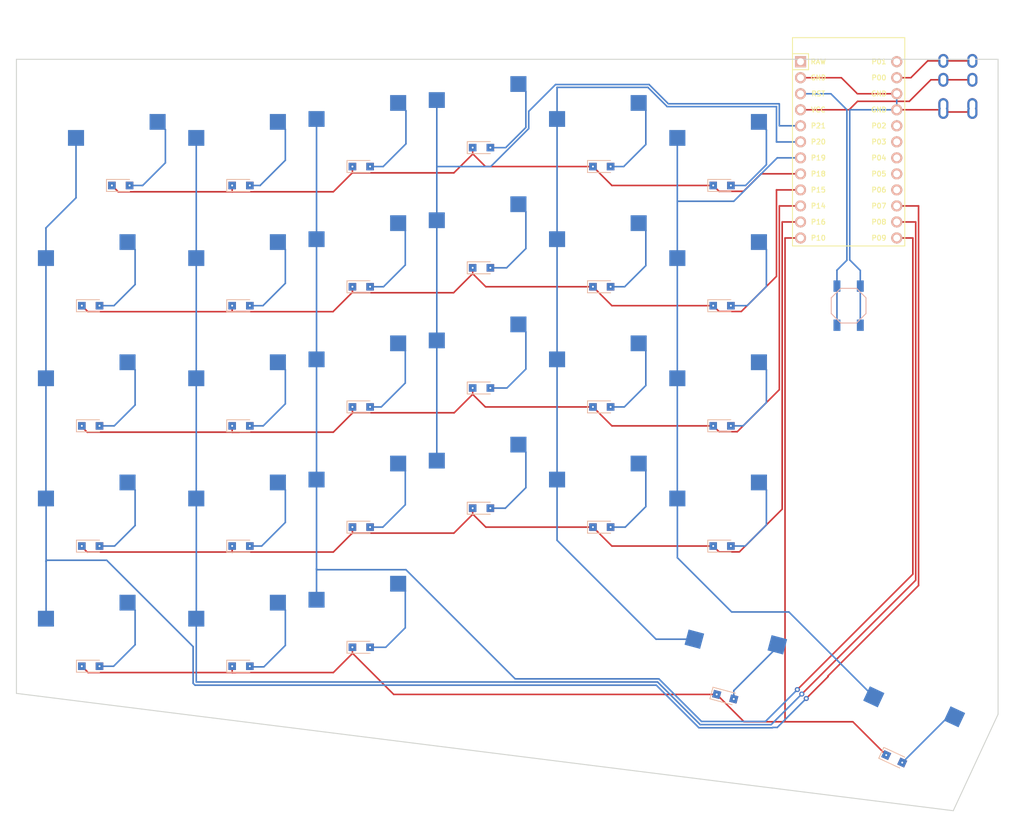
<source format=kicad_pcb>
(kicad_pcb (version 20221018) (generator pcbnew)
  (title_block (title "left") (rev "v1.0.0") (company "Unknown"))
  (layers (0 "F.Cu" signal) (31 "B.Cu" signal) (34 "B.Paste" user) (35 "F.Paste" user) (36 "B.SilkS" user "B.Silkscreen") (37 "F.SilkS" user "F.Silkscreen") (38 "B.Mask" user) (39 "F.Mask" user) (44 "Edge.Cuts" user))
  (net 0 "")
  (net 1 "P7")
  (net 2 "zero_meta")
  (net 3 "zero_bottom")
  (net 4 "zero_home")
  (net 5 "zero_top")
  (net 6 "zero_number")
  (net 7 "P8")
  (net 8 "one_meta")
  (net 9 "one_bottom")
  (net 10 "one_home")
  (net 11 "one_top")
  (net 12 "one_number")
  (net 13 "P9")
  (net 14 "two_meta")
  (net 15 "two_bottom")
  (net 16 "two_home")
  (net 17 "two_top")
  (net 18 "two_number")
  (net 19 "P21")
  (net 20 "three_bottom")
  (net 21 "three_home")
  (net 22 "three_top")
  (net 23 "three_number")
  (net 24 "P20")
  (net 25 "four_bottom")
  (net 26 "four_home")
  (net 27 "four_top")
  (net 28 "four_number")
  (net 29 "P19")
  (net 30 "five_bottom")
  (net 31 "five_home")
  (net 32 "five_top")
  (net 33 "five_number")
  (net 34 "four_meta")
  (net 35 "five_meta")
  (net 36 "P10")
  (net 37 "P16")
  (net 38 "P14")
  (net 39 "P15")
  (net 40 "P18")
  (net 41 "RAW")
  (net 42 "GND")
  (net 43 "RST")
  (net 44 "VCC")
  (net 45 "P1")
  (net 46 "P0")
  (net 47 "P2")
  (net 48 "P3")
  (net 49 "P4")
  (net 50 "P5")
  (net 51 "P6")
  (footprint "E73:SW_TACT_ALPS_SKQGABE010" (layer "F.Cu") (at 236.825 144.05 -90)
    (fp_text reference "B1" hide)
    (fp_text value "" hide)
  )
  (footprint "TRRS-PJ-320A-dual" (layer "F.Cu") (at 256.425 102.05)
    (fp_text reference "TRRS1")
    (fp_text value "TRRS-PJ-320A-dual")
  )
  (footprint "Diode_SMD:Nexperia_CFP3_SOD-123W" (layer "F.Cu") (at 140.575 163.1)
    (fp_text reference "D8" hide)
    (fp_text value "Nexperia_CFP3_SOD-123W" hide)
  )
  (footprint "MX" (layer "F.Cu") (at 178.675 114)
    (fp_text reference "S19" hide)
    (fp_text value "" hide)
  )
  (footprint "Diode_SMD:Nexperia_CFP3_SOD-123W" (layer "F.Cu") (at 197.725 179.15)
    (fp_text reference "D20" hide)
    (fp_text value "Nexperia_CFP3_SOD-123W" hide)
  )
  (footprint "Diode_SMD:Nexperia_CFP3_SOD-123W" (layer "F.Cu") (at 140.575 144.05)
    (fp_text reference "D9" hide)
    (fp_text value "Nexperia_CFP3_SOD-123W" hide)
  )
  (footprint "MX" (layer "F.Cu") (at 178.675 152.1)
    (fp_text reference "S17" hide)
    (fp_text value "" hide)
  )
  (footprint "MX" (layer "F.Cu") (at 197.725 117)
    (fp_text reference "S23" hide)
    (fp_text value "" hide)
  )
  (footprint "MX" (layer "F.Cu") (at 216.775 139.05)
    (fp_text reference "S26" hide)
    (fp_text value "" hide)
  )
  (footprint "Diode_SMD:Nexperia_CFP3_SOD-123W" (layer "F.Cu") (at 159.625 198.2)
    (fp_text reference "D11" hide)
    (fp_text value "Nexperia_CFP3_SOD-123W" hide)
  )
  (footprint "Diode_SMD:Nexperia_CFP3_SOD-123W" (layer "F.Cu") (at 159.625 141.05)
    (fp_text reference "D14" hide)
    (fp_text value "Nexperia_CFP3_SOD-123W" hide)
  )
  (footprint "Diode_SMD:Nexperia_CFP3_SOD-123W" (layer "F.Cu") (at 116.7625 163.1)
    (fp_text reference "D3" hide)
    (fp_text value "Nexperia_CFP3_SOD-123W" hide)
  )
  (footprint "Diode_SMD:Nexperia_CFP3_SOD-123W" (layer "F.Cu") (at 116.7625 144.05)
    (fp_text reference "D4" hide)
    (fp_text value "Nexperia_CFP3_SOD-123W" hide)
  )
  (footprint "MX" (layer "F.Cu") (at 197.725 155.1)
    (fp_text reference "S21" hide)
    (fp_text value "" hide)
  )
  (footprint "Diode_SMD:Nexperia_CFP3_SOD-123W" (layer "F.Cu") (at 140.575 201.2)
    (fp_text reference "D6" hide)
    (fp_text value "Nexperia_CFP3_SOD-123W" hide)
  )
  (footprint "Diode_SMD:Nexperia_CFP3_SOD-123W" (layer "F.Cu") (at 217.278865 206.029629 -15)
    (fp_text reference "D28" hide)
    (fp_text value "Nexperia_CFP3_SOD-123W" hide)
  )
  (footprint "MX" (layer "F.Cu") (at 178.675 133.05)
    (fp_text reference "S18" hide)
    (fp_text value "" hide)
  )
  (footprint "MX" (layer "F.Cu") (at 140.575 177.15)
    (fp_text reference "S7" hide)
    (fp_text value "" hide)
  )
  (footprint "MX" (layer "F.Cu") (at 159.625 136.05)
    (fp_text reference "S14" hide)
    (fp_text value "" hide)
  )
  (footprint "MX" (layer "F.Cu") (at 140.575 120)
    (fp_text reference "S10" hide)
    (fp_text value "" hide)
  )
  (footprint "Diode_SMD:Nexperia_CFP3_SOD-123W" (layer "F.Cu") (at 178.675 157.1)
    (fp_text reference "D17" hide)
    (fp_text value "Nexperia_CFP3_SOD-123W" hide)
  )
  (footprint "Diode_SMD:Nexperia_CFP3_SOD-123W" (layer "F.Cu") (at 121.525 125)
    (fp_text reference "D5" hide)
    (fp_text value "Nexperia_CFP3_SOD-123W" hide)
  )
  (footprint "Diode_SMD:Nexperia_CFP3_SOD-123W" (layer "F.Cu") (at 178.675 176.15)
    (fp_text reference "D16" hide)
    (fp_text value "Nexperia_CFP3_SOD-123W" hide)
  )
  (footprint "ProMicro" (layer "F.Cu") (at 236.825 119.35 -90)
    (fp_text reference "MCU1" hide)
    (fp_text value "" hide)
  )
  (footprint "Diode_SMD:Nexperia_CFP3_SOD-123W" (layer "F.Cu") (at 116.7625 182.15)
    (fp_text reference "D2" hide)
    (fp_text value "Nexperia_CFP3_SOD-123W" hide)
  )
  (footprint "Diode_SMD:Nexperia_CFP3_SOD-123W" (layer "F.Cu") (at 178.675 119)
    (fp_text reference "D19" hide)
    (fp_text value "Nexperia_CFP3_SOD-123W" hide)
  )
  (footprint "Diode_SMD:Nexperia_CFP3_SOD-123W" (layer "F.Cu") (at 216.775 163.1)
    (fp_text reference "D25" hide)
    (fp_text value "Nexperia_CFP3_SOD-123W" hide)
  )
  (footprint "Diode_SMD:Nexperia_CFP3_SOD-123W" (layer "F.Cu") (at 244.046907 215.879074 -25)
    (fp_text reference "D29" hide)
    (fp_text value "Nexperia_CFP3_SOD-123W" hide)
  )
  (footprint "MX" (layer "F.Cu") (at 159.625 193.2)
    (fp_text reference "S11" hide)
    (fp_text value "" hide)
  )
  (footprint "Diode_SMD:Nexperia_CFP3_SOD-123W" (layer "F.Cu") (at 197.725 160.1)
    (fp_text reference "D21" hide)
    (fp_text value "Nexperia_CFP3_SOD-123W" hide)
  )
  (footprint "MX" (layer "F.Cu") (at 116.7625 139.05)
    (fp_text reference "S4" hide)
    (fp_text value "" hide)
  )
  (footprint "Diode_SMD:Nexperia_CFP3_SOD-123W" (layer "F.Cu") (at 197.725 141.05)
    (fp_text reference "D22" hide)
    (fp_text value "Nexperia_CFP3_SOD-123W" hide)
  )
  (footprint "MX" (layer "F.Cu") (at 140.575 139.05)
    (fp_text reference "S9" hide)
    (fp_text value "" hide)
  )
  (footprint "Diode_SMD:Nexperia_CFP3_SOD-123W" (layer "F.Cu") (at 159.625 122)
    (fp_text reference "D15" hide)
    (fp_text value "Nexperia_CFP3_SOD-123W" hide)
  )
  (footprint "MX" (layer "F.Cu") (at 159.625 155.1)
    (fp_text reference "S13" hide)
    (fp_text value "" hide)
  )
  (footprint "MX" (layer "F.Cu") (at 116.7625 196.2)
    (fp_text reference "S1" hide)
    (fp_text value "" hide)
  )
  (footprint "MX" (layer "F.Cu") (at 140.575 158.1)
    (fp_text reference "S8" hide)
    (fp_text value "" hide)
  )
  (footprint "MX" (layer "F.Cu") (at 116.7625 158.1)
    (fp_text reference "S3" hide)
    (fp_text value "" hide)
  )
  (footprint "MX" (layer "F.Cu") (at 197.725 136.05)
    (fp_text reference "S22" hide)
    (fp_text value "" hide)
  )
  (footprint "MX" (layer "F.Cu") (at 140.575 196.2)
    (fp_text reference "S6" hide)
    (fp_text value "" hide)
  )
  (footprint "Diode_SMD:Nexperia_CFP3_SOD-123W" (layer "F.Cu") (at 116.7625 201.2)
    (fp_text reference "D1" hide)
    (fp_text value "Nexperia_CFP3_SOD-123W" hide)
  )
  (footprint "MX" (layer "F.Cu") (at 246.159999 211.347535 -25)
    (fp_text reference "S29" hide)
    (fp_text value "" hide)
  )
  (footprint "Diode_SMD:Nexperia_CFP3_SOD-123W" (layer "F.Cu") (at 140.575 182.15)
    (fp_text reference "D7" hide)
    (fp_text value "Nexperia_CFP3_SOD-123W" hide)
  )
  (footprint "MX" (layer "F.Cu") (at 216.775 158.1)
    (fp_text reference "S25" hide)
    (fp_text value "" hide)
  )
  (footprint "MX" (layer "F.Cu") (at 178.675 171.15)
    (fp_text reference "S16" hide)
    (fp_text value "" hide)
  )
  (footprint "MX" (layer "F.Cu") (at 159.625 117)
    (fp_text reference "S15" hide)
    (fp_text value "" hide)
  )
  (footprint "Diode_SMD:Nexperia_CFP3_SOD-123W" (layer "F.Cu") (at 140.575 125)
    (fp_text reference "D10" hide)
    (fp_text value "Nexperia_CFP3_SOD-123W" hide)
  )
  (footprint "MX" (layer "F.Cu") (at 159.625 174.15)
    (fp_text reference "S12" hide)
    (fp_text value "" hide)
  )
  (footprint "MX" (layer "F.Cu") (at 197.725 174.15)
    (fp_text reference "S20" hide)
    (fp_text value "" hide)
  )
  (footprint "MX" (layer "F.Cu") (at 216.775 120)
    (fp_text reference "S27" hide)
    (fp_text value "" hide)
  )
  (footprint "MX" (layer "F.Cu") (at 218.57296 201.2 -15)
    (fp_text reference "S28" hide)
    (fp_text value "" hide)
  )
  (footprint "Diode_SMD:Nexperia_CFP3_SOD-123W" (layer "F.Cu") (at 216.775 144.05)
    (fp_text reference "D26" hide)
    (fp_text value "Nexperia_CFP3_SOD-123W" hide)
  )
  (footprint "MX" (layer "F.Cu") (at 116.7625 177.15)
    (fp_text reference "S2" hide)
    (fp_text value "" hide)
  )
  (footprint "MX" (layer "F.Cu") (at 216.775 177.15)
    (fp_text reference "S24" hide)
    (fp_text value "" hide)
  )
  (footprint "Diode_SMD:Nexperia_CFP3_SOD-123W" (layer "F.Cu") (at 159.625 160.1)
    (fp_text reference "D13" hide)
    (fp_text value "Nexperia_CFP3_SOD-123W" hide)
  )
  (footprint "MX" (layer "F.Cu") (at 121.525 120)
    (fp_text reference "S5" hide)
    (fp_text value "" hide)
  )
  (footprint "Diode_SMD:Nexperia_CFP3_SOD-123W" (layer "F.Cu") (at 178.675 138.05)
    (fp_text reference "D18" hide)
    (fp_text value "Nexperia_CFP3_SOD-123W" hide)
  )
  (footprint "Diode_SMD:Nexperia_CFP3_SOD-123W" (layer "F.Cu") (at 197.725 122)
    (fp_text reference "D23" hide)
    (fp_text value "Nexperia_CFP3_SOD-123W" hide)
  )
  (footprint "Diode_SMD:Nexperia_CFP3_SOD-123W" (layer "F.Cu") (at 159.625 179.15)
    (fp_text reference "D12" hide)
    (fp_text value "Nexperia_CFP3_SOD-123W" hide)
  )
  (footprint "Diode_SMD:Nexperia_CFP3_SOD-123W" (layer "F.Cu") (at 216.775 182.15)
    (fp_text reference "D24" hide)
    (fp_text value "Nexperia_CFP3_SOD-123W" hide)
  )
  (footprint "Diode_SMD:Nexperia_CFP3_SOD-123W" (layer "F.Cu") (at 216.775 125)
    (fp_text reference "D27" hide)
    (fp_text value "Nexperia_CFP3_SOD-123W" hide)
  )
  (gr_line (start 260.5 105) (end 260.5 208.8) (stroke (width 0.15)) (layer "Edge.Cuts"))
  (gr_line (start 253.4 224.1) (end 105 205.5) (stroke (width 0.15)) (layer "Edge.Cuts"))
  (gr_line (start 260.5 208.8) (end 253.4 224.1) (stroke (width 0.15)) (layer "Edge.Cuts"))
  (gr_line (start 105 205.5) (end 105 105) (stroke (width 0.15)) (layer "Edge.Cuts"))
  (gr_line (start 105 105) (end 260.5 105) (stroke (width 0.15)) (layer "Edge.Cuts"))
  (segment (start 230.113863 206.303677) (end 233.56754 202.85) (width 0.25) (layer "F.Cu") (net 1))
  (segment (start 233.56754 202.73246) (end 247.9 188.4) (width 0.25) (layer "F.Cu") (net 1))
  (segment (start 247.9 188.4) (end 247.9 128.24) (width 0.25) (layer "F.Cu") (net 1))
  (segment (start 230.113863 206.313156) (end 230.113863 206.303677) (width 0.25) (layer "F.Cu") (net 1))
  (segment (start 247.9 128.24) (end 244.445 128.24) (width 0.25) (layer "F.Cu") (net 1))
  (segment (start 233.56754 202.85) (end 233.56754 202.73246) (width 0.25) (layer "F.Cu") (net 1))
  (via (at 230.113863 206.313156) (size 0.8) (drill 0.4) (layers "F.Cu" "B.Cu") (net 1))
  (segment (start 109.6775 155.56) (end 109.6775 136.51) (width 0.25) (layer "B.Cu") (net 1))
  (segment (start 109.8 184.4) (end 109.7 184.5) (width 0.25) (layer "B.Cu") (net 1))
  (segment (start 224.814413 210.9) (end 224.764413 210.95) (width 0.25) (layer "B.Cu") (net 1))
  (segment (start 132.99 203.907107) (end 132.99 198.09) (width 0.25) (layer "B.Cu") (net 1))
  (segment (start 109.6775 131.7225) (end 109.6775 136.51) (width 0.25) (layer "B.Cu") (net 1))
  (segment (start 206.356498 204.2) (end 133.282893 204.2) (width 0.25) (layer "B.Cu") (net 1))
  (segment (start 119.3 184.4) (end 109.8 184.4) (width 0.25) (layer "B.Cu") (net 1))
  (segment (start 230.113863 206.313156) (end 230.104384 206.313156) (width 0.25) (layer "B.Cu") (net 1))
  (segment (start 133.282893 204.2) (end 132.99 203.907107) (width 0.25) (layer "B.Cu") (net 1))
  (segment (start 109.7 184.5) (end 109.7 184.6) (width 0.25) (layer "B.Cu") (net 1))
  (segment (start 114.44 126.96) (end 109.6775 131.7225) (width 0.25) (layer "B.Cu") (net 1))
  (segment (start 225.51754 210.9) (end 224.814413 210.9) (width 0.25) (layer "B.Cu") (net 1))
  (segment (start 109.7 184.6) (end 109.7 193.6375) (width 0.25) (layer "B.Cu") (net 1))
  (segment (start 132.99 198.09) (end 119.3 184.4) (width 0.25) (layer "B.Cu") (net 1))
  (segment (start 109.6775 155.56) (end 109.6775 174.61) (width 0.25) (layer "B.Cu") (net 1))
  (segment (start 114.44 118.16) (end 114.44 126.96) (width 0.25) (layer "B.Cu") (net 1))
  (segment (start 109.7 174.6325) (end 109.7 184.6) (width 0.25) (layer "B.Cu") (net 1))
  (segment (start 224.764413 210.95) (end 213.106498 210.95) (width 0.25) (layer "B.Cu") (net 1))
  (segment (start 230.104384 206.313156) (end 225.51754 210.9) (width 0.25) (layer "B.Cu") (net 1))
  (segment (start 213.106498 210.95) (end 206.356498 204.2) (width 0.25) (layer "B.Cu") (net 1))
  (segment (start 120.4 201.2) (end 123.8 197.8) (width 0.25) (layer "B.Cu") (net 2))
  (segment (start 123.8 192.3155) (end 122.6045 191.12) (width 0.25) (layer "B.Cu") (net 2))
  (segment (start 118.1625 201.2) (end 120.4 201.2) (width 0.25) (layer "B.Cu") (net 2))
  (segment (start 123.8 197.8) (end 123.8 192.3155) (width 0.25) (layer "B.Cu") (net 2))
  (segment (start 123.8 173.2655) (end 122.6045 172.07) (width 0.25) (layer "B.Cu") (net 3))
  (segment (start 118.1625 182.15) (end 120.55 182.15) (width 0.25) (layer "B.Cu") (net 3))
  (segment (start 120.55 182.15) (end 123.8 178.9) (width 0.25) (layer "B.Cu") (net 3))
  (segment (start 123.8 178.9) (end 123.8 173.2655) (width 0.25) (layer "B.Cu") (net 3))
  (segment (start 123.8 159.8) (end 123.8 154.2155) (width 0.25) (layer "B.Cu") (net 4))
  (segment (start 120.5 163.1) (end 123.8 159.8) (width 0.25) (layer "B.Cu") (net 4))
  (segment (start 123.8 154.2155) (end 122.6045 153.02) (width 0.25) (layer "B.Cu") (net 4))
  (segment (start 118.1625 163.1) (end 120.5 163.1) (width 0.25) (layer "B.Cu") (net 4))
  (segment (start 123.8 135.1655) (end 122.6045 133.97) (width 0.25) (layer "B.Cu") (net 5))
  (segment (start 123.8 140.7) (end 123.8 135.1655) (width 0.25) (layer "B.Cu") (net 5))
  (segment (start 120.45 144.05) (end 123.8 140.7) (width 0.25) (layer "B.Cu") (net 5))
  (segment (start 118.1625 144.05) (end 120.45 144.05) (width 0.25) (layer "B.Cu") (net 5))
  (segment (start 125 125) (end 128.6 121.4) (width 0.25) (layer "B.Cu") (net 6))
  (segment (start 128.6 121.4) (end 128.6 116.153) (width 0.25) (layer "B.Cu") (net 6))
  (segment (start 122.925 125) (end 124.925 125) (width 0.25) (layer "B.Cu") (net 6))
  (segment (start 128.6 116.153) (end 127.367 114.92) (width 0.25) (layer "B.Cu") (net 6))
  (segment (start 124.9 125) (end 125 125) (width 0.25) (layer "B.Cu") (net 6))
  (segment (start 229.407108 205.606402) (end 247.45 187.56351) (width 0.25) (layer "F.Cu") (net 7))
  (segment (start 247.45 187.56351) (end 247.45 130.78) (width 0.25) (layer "F.Cu") (net 7))
  (segment (start 247.45 130.78) (end 244.445 130.78) (width 0.25) (layer "F.Cu") (net 7))
  (via (at 229.407108 205.606402) (size 0.8) (drill 0.4) (layers "F.Cu" "B.Cu") (net 7))
  (segment (start 224.557306 210.45) (end 213.313604 210.45) (width 0.25) (layer "B.Cu") (net 7))
  (segment (start 213.313604 210.45) (end 206.563604 203.7) (width 0.25) (layer "B.Cu") (net 7))
  (segment (start 133.49 155.56) (end 133.49 174.61) (width 0.25) (layer "B.Cu") (net 7))
  (segment (start 133.49 203.7) (end 133.49 193.66) (width 0.25) (layer "B.Cu") (net 7))
  (segment (start 229.400904 205.606402) (end 224.557306 210.45) (width 0.25) (layer "B.Cu") (net 7))
  (segment (start 133.49 136.51) (end 133.49 155.56) (width 0.25) (layer "B.Cu") (net 7))
  (segment (start 133.49 117.46) (end 133.49 136.51) (width 0.25) (layer "B.Cu") (net 7))
  (segment (start 229.407108 205.606402) (end 229.400904 205.606402) (width 0.25) (layer "B.Cu") (net 7))
  (segment (start 206.563604 203.7) (end 133.49 203.7) (width 0.25) (layer "B.Cu") (net 7))
  (segment (start 133.5 174.62) (end 133.5 193.65) (width 0.25) (layer "B.Cu") (net 7))
  (segment (start 144.2 201.3) (end 147.6 197.9) (width 0.25) (layer "B.Cu") (net 8))
  (segment (start 142.1 201.3) (end 144.2 201.3) (width 0.25) (layer "B.Cu") (net 8))
  (segment (start 147.6 197.9) (end 147.6 192.303) (width 0.25) (layer "B.Cu") (net 8))
  (segment (start 147.6 192.303) (end 146.417 191.12) (width 0.25) (layer "B.Cu") (net 8))
  (segment (start 143.85 182.15) (end 147.6 178.4) (width 0.25) (layer "B.Cu") (net 9))
  (segment (start 147.6 178.4) (end 147.6 173.253) (width 0.25) (layer "B.Cu") (net 9))
  (segment (start 147.6 173.253) (end 146.417 172.07) (width 0.25) (layer "B.Cu") (net 9))
  (segment (start 141.975 182.15) (end 143.85 182.15) (width 0.25) (layer "B.Cu") (net 9))
  (segment (start 141.975 163.1) (end 144.1 163.1) (width 0.25) (layer "B.Cu") (net 10))
  (segment (start 147.6 154.203) (end 146.417 153.02) (width 0.25) (layer "B.Cu") (net 10))
  (segment (start 147.6 159.6) (end 147.6 154.203) (width 0.25) (layer "B.Cu") (net 10))
  (segment (start 144.1 163.1) (end 147.6 159.6) (width 0.25) (layer "B.Cu") (net 10))
  (segment (start 147.6 135.153) (end 146.417 133.97) (width 0.25) (layer "B.Cu") (net 11))
  (segment (start 144.05 144.05) (end 147.6 140.5) (width 0.25) (layer "B.Cu") (net 11))
  (segment (start 141.975 144.05) (end 144.05 144.05) (width 0.25) (layer "B.Cu") (net 11))
  (segment (start 147.6 140.5) (end 147.6 135.153) (width 0.25) (layer "B.Cu") (net 11))
  (segment (start 147.6 121) (end 147.6 116.103) (width 0.25) (layer "B.Cu") (net 12))
  (segment (start 141.975 125) (end 143.6 125) (width 0.25) (layer "B.Cu") (net 12))
  (segment (start 147.6 116.103) (end 146.417 114.92) (width 0.25) (layer "B.Cu") (net 12))
  (segment (start 143.6 125) (end 147.6 121) (width 0.25) (layer "B.Cu") (net 12))
  (segment (start 228.700353 204.899646) (end 247 186.599999) (width 0.25) (layer "F.Cu") (net 13))
  (segment (start 247 186.599999) (end 247 133.32) (width 0.25) (layer "F.Cu") (net 13))
  (segment (start 247 133.32) (end 244.445 133.32) (width 0.25) (layer "F.Cu") (net 13))
  (via (at 228.700353 204.899646) (size 0.8) (drill 0.4) (layers "F.Cu" "B.Cu") (net 13))
  (segment (start 152.54 185.84) (end 152.54 185.7) (width 0.25) (layer "B.Cu") (net 13))
  (segment (start 184 203.2) (end 166.7 185.9) (width 0.25) (layer "B.Cu") (net 13))
  (segment (start 213.52071 209.95) (end 206.77071 203.2) (width 0.25) (layer "B.Cu") (net 13))
  (segment (start 152.54 171.61) (end 152.54 152.56) (width 0.25) (layer "B.Cu") (net 13))
  (segment (start 228.700353 204.899646) (end 223.649999 209.95) (width 0.25) (layer "B.Cu") (net 13))
  (segment (start 206.77071 203.2) (end 184 203.2) (width 0.25) (layer "B.Cu") (net 13))
  (segment (start 152.6 185.9) (end 152.54 185.84) (width 0.25) (layer "B.Cu") (net 13))
  (segment (start 166.7 185.9) (end 152.6 185.9) (width 0.25) (layer "B.Cu") (net 13))
  (segment (start 152.54 190.66) (end 152.54 171.61) (width 0.25) (layer "B.Cu") (net 13))
  (segment (start 223.649999 209.95) (end 213.52071 209.95) (width 0.25) (layer "B.Cu") (net 13))
  (segment (start 152.54 114.46) (end 152.54 133.51) (width 0.25) (layer "B.Cu") (net 13))
  (segment (start 152.54 152.56) (end 152.54 133.51) (width 0.25) (layer "B.Cu") (net 13))
  (segment (start 163.5 198.2) (end 166.6 195.1) (width 0.25) (layer "B.Cu") (net 14))
  (segment (start 161.025 198.2) (end 163.5 198.2) (width 0.25) (layer "B.Cu") (net 14))
  (segment (start 166.6 195.1) (end 166.6 189.253) (width 0.25) (layer "B.Cu") (net 14))
  (segment (start 166.6 189.253) (end 165.467 188.12) (width 0.25) (layer "B.Cu") (net 14))
  (segment (start 163.05 179.15) (end 161.025 179.15) (width 0.25) (layer "B.Cu") (net 15))
  (segment (start 166.6 170.203) (end 166.6 175.6) (width 0.25) (layer "B.Cu") (net 15))
  (segment (start 166.6 175.6) (end 163.05 179.15) (width 0.25) (layer "B.Cu") (net 15))
  (segment (start 165.467 169.07) (end 166.6 170.203) (width 0.25) (layer "B.Cu") (net 15))
  (segment (start 165.467 150.02) (end 166.6 151.153) (width 0.25) (layer "B.Cu") (net 16))
  (segment (start 166.6 151.153) (end 166.6 156.3) (width 0.25) (layer "B.Cu") (net 16))
  (segment (start 162.8 160.1) (end 161.025 160.1) (width 0.25) (layer "B.Cu") (net 16))
  (segment (start 166.6 156.3) (end 162.8 160.1) (width 0.25) (layer "B.Cu") (net 16))
  (segment (start 166.6 137.6) (end 163.15 141.05) (width 0.25) (layer "B.Cu") (net 17))
  (segment (start 163.15 141.05) (end 161.025 141.05) (width 0.25) (layer "B.Cu") (net 17))
  (segment (start 166.6 132.103) (end 166.6 137.6) (width 0.25) (layer "B.Cu") (net 17))
  (segment (start 165.467 130.97) (end 166.6 132.103) (width 0.25) (layer "B.Cu") (net 17))
  (segment (start 163.1 122) (end 161.025 122) (width 0.25) (layer "B.Cu") (net 18))
  (segment (start 166.7 118.4) (end 163.1 122) (width 0.25) (layer "B.Cu") (net 18))
  (segment (start 166.7 113.153) (end 166.7 118.4) (width 0.25) (layer "B.Cu") (net 18))
  (segment (start 165.467 111.92) (end 166.7 113.153) (width 0.25) (layer "B.Cu") (net 18))
  (segment (start 205.218198 109) (end 208.268198 112.05) (width 0.25) (layer "B.Cu") (net 19))
  (segment (start 225.85 115.54) (end 229.205 115.54) (width 0.25) (layer "B.Cu") (net 19))
  (segment (start 225.85 112.15) (end 225.85 115.54) (width 0.25) (layer "B.Cu") (net 19))
  (segment (start 171.59 130.51) (end 171.59 149.56) (width 0.25) (layer "B.Cu") (net 19))
  (segment (start 171.69 122) (end 180.136396 122) (width 0.25) (layer "B.Cu") (net 19))
  (segment (start 186.15 113.25) (end 190.4 109) (width 0.25) (layer "B.Cu") (net 19))
  (segment (start 171.59 111.46) (end 171.59 130.51) (width 0.25) (layer "B.Cu") (net 19))
  (segment (start 186.15 115.986396) (end 186.15 113.25) (width 0.25) (layer "B.Cu") (net 19))
  (segment (start 208.268198 112.05) (end 225.85 112.05) (width 0.25) (layer "B.Cu") (net 19))
  (segment (start 190.4 109) (end 205.218198 109) (width 0.25) (layer "B.Cu") (net 19))
  (segment (start 180.136396 122) (end 186.15 115.986396) (width 0.25) (layer "B.Cu") (net 19))
  (segment (start 171.59 149.56) (end 171.59 168.61) (width 0.25) (layer "B.Cu") (net 19))
  (segment (start 184.517 166.07) (end 185.7 167.253) (width 0.25) (layer "B.Cu") (net 20))
  (segment (start 185.7 167.253) (end 185.7 172.9) (width 0.25) (layer "B.Cu") (net 20))
  (segment (start 185.7 172.9) (end 182.45 176.15) (width 0.25) (layer "B.Cu") (net 20))
  (segment (start 182.45 176.15) (end 180.075 176.15) (width 0.25) (layer "B.Cu") (net 20))
  (segment (start 184.517 147.02) (end 185.7 148.203) (width 0.25) (layer "B.Cu") (net 21))
  (segment (start 185.7 154.1) (end 182.7 157.1) (width 0.25) (layer "B.Cu") (net 21))
  (segment (start 182.7 157.1) (end 180.075 157.1) (width 0.25) (layer "B.Cu") (net 21))
  (segment (start 185.7 148.203) (end 185.7 154.1) (width 0.25) (layer "B.Cu") (net 21))
  (segment (start 185.7 129.153) (end 185.7 135) (width 0.25) (layer "B.Cu") (net 22))
  (segment (start 185.7 135) (end 182.65 138.05) (width 0.25) (layer "B.Cu") (net 22))
  (segment (start 184.517 127.97) (end 185.7 129.153) (width 0.25) (layer "B.Cu") (net 22))
  (segment (start 182.65 138.05) (end 180.075 138.05) (width 0.25) (layer "B.Cu") (net 22))
  (segment (start 184.9809 109.3839) (end 185.7 110.103) (width 0.25) (layer "B.Cu") (net 23))
  (segment (start 185.7 115.8) (end 182.5 119) (width 0.25) (layer "B.Cu") (net 23))
  (segment (start 182.5 119) (end 180.488684 119) (width 0.25) (layer "B.Cu") (net 23))
  (segment (start 185.7 110.103) (end 185.7 115.8) (width 0.25) (layer "B.Cu") (net 23))
  (segment (start 190.64 114.46) (end 190.64 133.51) (width 0.25) (layer "B.Cu") (net 24))
  (segment (start 190.64 171.61) (end 190.64 181.24) (width 0.25) (layer "B.Cu") (net 24))
  (segment (start 206.312815 196.912815) (end 212.386776 196.912815) (width 0.25) (layer "B.Cu") (net 24))
  (segment (start 205.031802 109.45) (end 208.081802 112.5) (width 0.25) (layer "B.Cu") (net 24))
  (segment (start 225.4 118.1) (end 229.185 118.1) (width 0.25) (layer "B.Cu") (net 24))
  (segment (start 190.64 152.56) (end 190.64 133.51) (width 0.25) (layer "B.Cu") (net 24))
  (segment (start 190.64 114.46) (end 190.64 109.45) (width 0.25) (layer "B.Cu") (net 24))
  (segment (start 190.64 181.24) (end 206.312815 196.912815) (width 0.25) (layer "B.Cu") (net 24))
  (segment (start 190.64 109.45) (end 205.031802 109.45) (width 0.25) (layer "B.Cu") (net 24))
  (segment (start 208.081802 112.5) (end 225.4 112.5) (width 0.25) (layer "B.Cu") (net 24))
  (segment (start 225.4 112.5) (end 225.4 118.1) (width 0.25) (layer "B.Cu") (net 24))
  (segment (start 190.64 152.56) (end 190.64 171.61) (width 0.25) (layer "B.Cu") (net 24))
  (segment (start 204.7 175.9) (end 201.45 179.15) (width 0.25) (layer "B.Cu") (net 25))
  (segment (start 201.45 179.15) (end 199.538684 179.15) (width 0.25) (layer "B.Cu") (net 25))
  (segment (start 204.7 170) (end 204.7 175.9) (width 0.25) (layer "B.Cu") (net 25))
  (segment (start 201.3 160.1) (end 199.538684 160.1) (width 0.25) (layer "B.Cu") (net 26))
  (segment (start 204.0309 150.4839) (end 204.7 151.153) (width 0.25) (layer "B.Cu") (net 26))
  (segment (start 204.7 156.7) (end 201.3 160.1) (width 0.25) (layer "B.Cu") (net 26))
  (segment (start 204.7 151.153) (end 204.7 156.7) (width 0.25) (layer "B.Cu") (net 26))
  (segment (start 201.35 141.05) (end 199.538684 141.05) (width 0.25) (layer "B.Cu") (net 27))
  (segment (start 204.0309 131.4339) (end 204.7 132.103) (width 0.25) (layer "B.Cu") (net 27))
  (segment (start 204.7 132.103) (end 204.7 137.7) (width 0.25) (layer "B.Cu") (net 27))
  (segment (start 204.7 137.7) (end 201.35 141.05) (width 0.25) (layer "B.Cu") (net 27))
  (segment (start 204.0309 112.3839) (end 204.7 113.053) (width 0.25) (layer "B.Cu") (net 28))
  (segment (start 204.7 118.5) (end 201.2 122) (width 0.25) (layer "B.Cu") (net 28))
  (segment (start 204.7 113.053) (end 204.7 118.5) (width 0.25) (layer "B.Cu") (net 28))
  (segment (start 201.2 122) (end 199.538684 122) (width 0.25) (layer "B.Cu") (net 28))
  (segment (start 209.7 184) (end 218.3 192.6) (width 0.25) (layer "B.Cu") (net 29))
  (segment (start 209.69 117.46) (end 209.69 136.51) (width 0.25) (layer "B.Cu") (net 29))
  (segment (start 209.69 155.56) (end 209.69 174.61) (width 0.25) (layer "B.Cu") (net 29))
  (segment (start 209.69 127.5) (end 218.636396 127.5) (width 0.25) (layer "B.Cu") (net 29))
  (segment (start 209.7 174.62) (end 209.7 184) (width 0.25) (layer "B.Cu") (net 29))
  (segment (start 209.69 136.51) (end 209.69 155.56) (width 0.25) (layer "B.Cu") (net 29))
  (segment (start 218.3 192.6) (end 227.360996 192.6) (width 0.25) (layer "B.Cu") (net 29))
  (segment (start 218.636396 127.5) (end 225.516396 120.62) (width 0.25) (layer "B.Cu") (net 29))
  (segment (start 227.360996 192.6) (end 240.812259 206.051263) (width 0.25) (layer "B.Cu") (net 29))
  (segment (start 225.516396 120.62) (end 229.205 120.62) (width 0.25) (layer "B.Cu") (net 29))
  (segment (start 223.8 173.253) (end 223.8 178.8) (width 0.25) (layer "B.Cu") (net 30))
  (segment (start 223.0809 172.5339) (end 223.8 173.253) (width 0.25) (layer "B.Cu") (net 30))
  (segment (start 223.8 178.8) (end 220.45 182.15) (width 0.25) (layer "B.Cu") (net 30))
  (segment (start 220.45 182.15) (end 218.65 182.15) (width 0.25) (layer "B.Cu") (net 30))
  (segment (start 220.1 163.1) (end 218.175 163.1) (width 0.25) (layer "B.Cu") (net 31))
  (segment (start 223.8 154.203) (end 223.8 159.4) (width 0.25) (layer "B.Cu") (net 31))
  (segment (start 223.8 159.4) (end 220.1 163.1) (width 0.25) (layer "B.Cu") (net 31))
  (segment (start 223.0809 153.4839) (end 223.8 154.203) (width 0.25) (layer "B.Cu") (net 31))
  (segment (start 223.8 135.153) (end 223.8 141) (width 0.25) (layer "B.Cu") (net 32))
  (segment (start 223.8 141) (end 220.75 144.05) (width 0.25) (layer "B.Cu") (net 32))
  (segment (start 223.0809 134.4339) (end 223.8 135.153) (width 0.25) (layer "B.Cu") (net 32))
  (segment (start 220.75 144.05) (end 218.588684 144.05) (width 0.25) (layer "B.Cu") (net 32))
  (segment (start 223.8 116.2) (end 223.8 121.7) (width 0.25) (layer "B.Cu") (net 33))
  (segment (start 223.0809 115.4809) (end 223.8 116.2) (width 0.25) (layer "B.Cu") (net 33))
  (segment (start 223.8 121.7) (end 220.5 125) (width 0.25) (layer "B.Cu") (net 33))
  (segment (start 220.5 125) (end 218.175 125) (width 0.25) (layer "B.Cu") (net 33))
  (segment (start 225.530699 198.169301) (end 218.631161 205.068839) (width 0.25) (layer "B.Cu") (net 34))
  (segment (start 218.631161 205.068839) (end 218.631161 206.391976) (width 0.25) (layer "B.Cu") (net 34))
  (segment (start 252.587573 209.212427) (end 245.32926 216.47074) (width 0.25) (layer "B.Cu") (net 35))
  (segment (start 139.2 202.2) (end 155.2 202.2) (width 0.25) (layer "F.Cu") (net 36))
  (segment (start 139.175 202.175) (end 139.2 202.2) (width 0.25) (layer "F.Cu") (net 36))
  (segment (start 158.25 199.15) (end 164.767282 205.667282) (width 0.25) (layer "F.Cu") (net 36))
  (segment (start 139.175 201.2) (end 139.175 202.175) (width 0.25) (layer "F.Cu") (net 36))
  (segment (start 116.3625 202.2) (end 139.7 202.2) (width 0.25) (layer "F.Cu") (net 36))
  (segment (start 155.2 202.2) (end 158.25 199.15) (width 0.25) (layer "F.Cu") (net 36))
  (segment (start 226.75 209.95) (end 226.7 210) (width 0.25) (layer "F.Cu") (net 36))
  (segment (start 115.3625 201.2) (end 116.3625 202.2) (width 0.25) (layer "F.Cu") (net 36))
  (segment (start 229.205 133.32) (end 226.75 133.32) (width 0.25) (layer "F.Cu") (net 36))
  (segment (start 215.926569 205.667282) (end 220.259287 210) (width 0.25) (layer "F.Cu") (net 36))
  (segment (start 158.225 198.2) (end 158.225 199.125) (width 0.25) (layer "F.Cu") (net 36))
  (segment (start 158.225 199.125) (end 158.25 199.15) (width 0.25) (layer "F.Cu") (net 36))
  (segment (start 226.75 133.32) (end 226.75 209.95) (width 0.25) (layer "F.Cu") (net 36))
  (segment (start 237.490668 210) (end 242.778076 215.287408) (width 0.25) (layer "F.Cu") (net 36))
  (segment (start 220.259287 210) (end 237.490668 210) (width 0.25) (layer "F.Cu") (net 36))
  (segment (start 164.767282 205.667282) (end 215.926569 205.667282) (width 0.25) (layer "F.Cu") (net 36))
  (segment (start 216.3 183.075) (end 219.525 183.075) (width 0.25) (layer "F.Cu") (net 37))
  (segment (start 155.2 183.1) (end 158.2 180.1) (width 0.25) (layer "F.Cu") (net 37))
  (segment (start 139.2 183.1) (end 155.2 183.1) (width 0.25) (layer "F.Cu") (net 37))
  (segment (start 158.2 180.1) (end 174.3 180.1) (width 0.25) (layer "F.Cu") (net 37))
  (segment (start 139.2 183.1) (end 116.2 183.1) (width 0.25) (layer "F.Cu") (net 37))
  (segment (start 116.2 183.1) (end 115.3625 182.2625) (width 0.25) (layer "F.Cu") (net 37))
  (segment (start 174.3 180.1) (end 177.3 177.1) (width 0.25) (layer "F.Cu") (net 37))
  (segment (start 226.3 176.3) (end 226.3 130.78) (width 0.25) (layer "F.Cu") (net 37))
  (segment (start 196.325 179.15) (end 199.325 182.15) (width 0.25) (layer "F.Cu") (net 37))
  (segment (start 177.275 176.15) (end 177.275 177.075) (width 0.25) (layer "F.Cu") (net 37))
  (segment (start 158.225 180.075) (end 158.2 180.1) (width 0.25) (layer "F.Cu") (net 37))
  (segment (start 158.225 179.15) (end 158.225 180.075) (width 0.25) (layer "F.Cu") (net 37))
  (segment (start 226.3 130.78) (end 229.205 130.78) (width 0.25) (layer "F.Cu") (net 37))
  (segment (start 215.375 182.15) (end 216.3 183.075) (width 0.25) (layer "F.Cu") (net 37))
  (segment (start 139.175 182.15) (end 139.175 183.075) (width 0.25) (layer "F.Cu") (net 37))
  (segment (start 199.325 182.15) (end 215.375 182.15) (width 0.25) (layer "F.Cu") (net 37))
  (segment (start 219.525 183.075) (end 226.3 176.3) (width 0.25) (layer "F.Cu") (net 37))
  (segment (start 177.3 177.1) (end 179.35 179.15) (width 0.25) (layer "F.Cu") (net 37))
  (segment (start 177.275 177.075) (end 177.3 177.1) (width 0.25) (layer "F.Cu") (net 37))
  (segment (start 179.35 179.15) (end 196.325 179.15) (width 0.25) (layer "F.Cu") (net 37))
  (segment (start 139.175 183.075) (end 139.2 183.1) (width 0.25) (layer "F.Cu") (net 37))
  (segment (start 177.275 157.1) (end 177.275 158.1) (width 0.25) (layer "F.Cu") (net 38))
  (segment (start 158.275 161.025) (end 174.35 161.025) (width 0.25) (layer "F.Cu") (net 38))
  (segment (start 179.275 160.1) (end 196.325 160.1) (width 0.25) (layer "F.Cu") (net 38))
  (segment (start 225.85 128.24) (end 229.205 128.24) (width 0.25) (layer "F.Cu") (net 38))
  (segment (start 139.175 164.075) (end 139.2 164.1) (width 0.25) (layer "F.Cu") (net 38))
  (segment (start 215.375 163.1) (end 216.3 164.025) (width 0.25) (layer "F.Cu") (net 38))
  (segment (start 199.325 163.1) (end 215.375 163.1) (width 0.25) (layer "F.Cu") (net 38))
  (segment (start 139.175 163.1) (end 139.175 164.075) (width 0.25) (layer "F.Cu") (net 38))
  (segment (start 177.275 158.1) (end 179.275 160.1) (width 0.25) (layer "F.Cu") (net 38))
  (segment (start 158.225 161.075) (end 158.275 161.025) (width 0.25) (layer "F.Cu") (net 38))
  (segment (start 174.35 161.025) (end 177.275 158.1) (width 0.25) (layer "F.Cu") (net 38))
  (segment (start 219.1875 164.025) (end 225.85 157.3625) (width 0.25) (layer "F.Cu") (net 38))
  (segment (start 116.2 164.1) (end 140.3 164.1) (width 0.25) (layer "F.Cu") (net 38))
  (segment (start 155.2 164.1) (end 158.225 161.075) (width 0.25) (layer "F.Cu") (net 38))
  (segment (start 115.3625 163.2625) (end 116.2 164.1) (width 0.25) (layer "F.Cu") (net 38))
  (segment (start 216.3 164.025) (end 219.1875 164.025) (width 0.25) (layer "F.Cu") (net 38))
  (segment (start 225.85 157.3625) (end 225.85 128.24) (width 0.25) (layer "F.Cu") (net 38))
  (segment (start 139.2 164.1) (end 155.2 164.1) (width 0.25) (layer "F.Cu") (net 38))
  (segment (start 196.325 160.1) (end 199.325 163.1) (width 0.25) (layer "F.Cu") (net 38))
  (segment (start 158.225 160.1) (end 158.225 161.075) (width 0.25) (layer "F.Cu") (net 38))
  (segment (start 215.375 144.05) (end 216.3 144.975) (width 0.25) (layer "F.Cu") (net 39))
  (segment (start 177.275 138.975) (end 179.35 141.05) (width 0.25) (layer "F.Cu") (net 39))
  (segment (start 225.4 125.7) (end 229.205 125.7) (width 0.25) (layer "F.Cu") (net 39))
  (segment (start 139.175 144.05) (end 139.175 144.925) (width 0.25) (layer "F.Cu") (net 39))
  (segment (start 216.3 144.975) (end 219.825 144.975) (width 0.25) (layer "F.Cu") (net 39))
  (segment (start 158.225 141.05) (end 158.225 141.925) (width 0.25) (layer "F.Cu") (net 39))
  (segment (start 116.3125 145) (end 155.15 145) (width 0.25) (layer "F.Cu") (net 39))
  (segment (start 199.325 144.05) (end 215.375 144.05) (width 0.25) (layer "F.Cu") (net 39))
  (segment (start 219.825 144.975) (end 225.4 139.4) (width 0.25) (layer "F.Cu") (net 39))
  (segment (start 115.3625 144.05) (end 116.3125 145) (width 0.25) (layer "F.Cu") (net 39))
  (segment (start 155.15 145) (end 158.15 142) (width 0.25) (layer "F.Cu") (net 39))
  (segment (start 174.25 142) (end 177.275 138.975) (width 0.25) (layer "F.Cu") (net 39))
  (segment (start 177.275 138.05) (end 177.275 138.975) (width 0.25) (layer "F.Cu") (net 39))
  (segment (start 196.325 141.05) (end 199.325 144.05) (width 0.25) (layer "F.Cu") (net 39))
  (segment (start 179.35 141.05) (end 196.325 141.05) (width 0.25) (layer "F.Cu") (net 39))
  (segment (start 158.15 142) (end 174.25 142) (width 0.25) (layer "F.Cu") (net 39))
  (segment (start 225.4 139.4) (end 225.4 125.7) (width 0.25) (layer "F.Cu") (net 39))
  (segment (start 174.3 123) (end 177.3 120) (width 0.25) (layer "F.Cu") (net 40))
  (segment (start 216.3 125.925) (end 220.175 125.925) (width 0.25) (layer "F.Cu") (net 40))
  (segment (start 158.225 122.975) (end 158.225 122) (width 0.25) (layer "F.Cu") (net 40))
  (segment (start 177.275 119) (end 177.275 119.975) (width 0.25) (layer "F.Cu") (net 40))
  (segment (start 220.175 125.925) (end 222.95 123.15) (width 0.25) (layer "F.Cu") (net 40))
  (segment (start 121.125 126) (end 139.2 126) (width 0.25) (layer "F.Cu") (net 40))
  (segment (start 139.175 125) (end 139.175 125.975) (width 0.25) (layer "F.Cu") (net 40))
  (segment (start 215.375 125) (end 216.3 125.925) (width 0.25) (layer "F.Cu") (net 40))
  (segment (start 222.95 123.15) (end 229.195 123.15) (width 0.25) (layer "F.Cu") (net 40))
  (segment (start 179.3 122) (end 196.325 122) (width 0.25) (layer "F.Cu") (net 40))
  (segment (start 139.2 126) (end 155.2 126) (width 0.25) (layer "F.Cu") (net 40))
  (segment (start 199.325 125) (end 215.375 125) (width 0.25) (layer "F.Cu") (net 40))
  (segment (start 139.175 125.975) (end 139.2 126) (width 0.25) (layer "F.Cu") (net 40))
  (segment (start 177.275 119.975) (end 179.3 122) (width 0.25) (layer "F.Cu") (net 40))
  (segment (start 120.125 125) (end 121.125 126) (width 0.25) (layer "F.Cu") (net 40))
  (segment (start 196.325 122) (end 199.325 125) (width 0.25) (layer "F.Cu") (net 40))
  (segment (start 155.2 126) (end 158.225 122.975) (width 0.25) (layer "F.Cu") (net 40))
  (segment (start 158.2 123) (end 174.3 123) (width 0.25) (layer "F.Cu") (net 40))
  (segment (start 251.275 113.35) (end 255.875 113.35) (width 0.25) (layer "F.Cu") (net 42))
  (segment (start 238.21 110.46) (end 244.445 110.46) (width 0.25) (layer "F.Cu") (net 42))
  (segment (start 235.67 107.92) (end 238.21 110.46) (width 0.25) (layer "F.Cu") (net 42))
  (segment (start 229.205 107.92) (end 235.67 107.92) (width 0.25) (layer "F.Cu") (net 42))
  (segment (start 244.445 113) (end 250.925 113) (width 0.25) (layer "F.Cu") (net 42))
  (segment (start 237 136.8) (end 238.675 138.475) (width 0.25) (layer "B.Cu") (net 42))
  (segment (start 244.445 113) (end 237 113) (width 0.25) (layer "B.Cu") (net 42))
  (segment (start 244.445 110.445) (end 244.445 113) (width 0.25) (layer "B.Cu") (net 42))
  (segment (start 238.675 138.475) (end 238.675 140.95) (width 0.25) (layer "B.Cu") (net 42))
  (segment (start 238.675 140.95) (end 238.675 147.15) (width 0.25) (layer "B.Cu") (net 42))
  (segment (start 237 113) (end 237 136.8) (width 0.25) (layer "B.Cu") (net 42))
  (segment (start 236.55 113) (end 236.55 136.85) (width 0.25) (layer "B.Cu") (net 43))
  (segment (start 234.975 140.95) (end 234.975 147.15) (width 0.25) (layer "B.Cu") (net 43))
  (segment (start 234.01 110.46) (end 236.55 113) (width 0.25) (layer "B.Cu") (net 43))
  (segment (start 234.975 138.425) (end 234.975 140.95) (width 0.25) (layer "B.Cu") (net 43))
  (segment (start 229.205 110.46) (end 234.01 110.46) (width 0.25) (layer "B.Cu") (net 43))
  (segment (start 236.55 136.85) (end 234.975 138.425) (width 0.25) (layer "B.Cu") (net 43))
  (segment (start 249.85 108.25) (end 246.4387 111.6613) (width 0.25) (layer "F.Cu") (net 44))
  (segment (start 246.4387 111.6613) (end 238.2387 111.6613) (width 0.25) (layer "F.Cu") (net 44))
  (segment (start 236.9 113) (end 229.205 113) (width 0.25) (layer "F.Cu") (net 44))
  (segment (start 251.275 108.25) (end 249.85 108.25) (width 0.25) (layer "F.Cu") (net 44))
  (segment (start 251.275 108.25) (end 255.875 108.25) (width 0.25) (layer "F.Cu") (net 44))
  (segment (start 238.2387 111.6613) (end 236.9 113) (width 0.25) (layer "F.Cu") (net 44))
  (segment (start 251.275 105.25) (end 255.875 105.25) (width 0.25) (layer "F.Cu") (net 46))
  (segment (start 249.35 105.25) (end 246.68 107.92) (width 0.25) (layer "F.Cu") (net 46))
  (segment (start 246.68 107.92) (end 244.445 107.92) (width 0.25) (layer "F.Cu") (net 46))
  (segment (start 251.275 105.25) (end 249.35 105.25) (width 0.25) (layer "F.Cu") (net 46))
)
</source>
